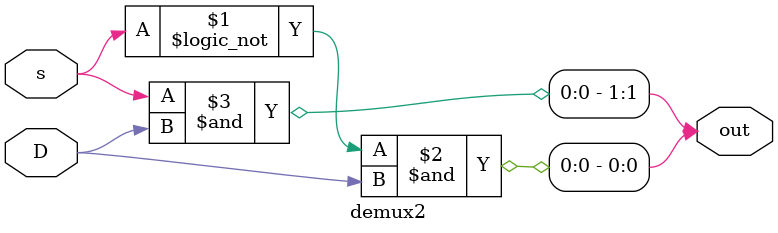
<source format=v>
module demux2(
input D,
input s,
output [1:0]out
    );
    

assign out[0]=!s&D;
assign out[1]=s&D;


endmodule
</source>
